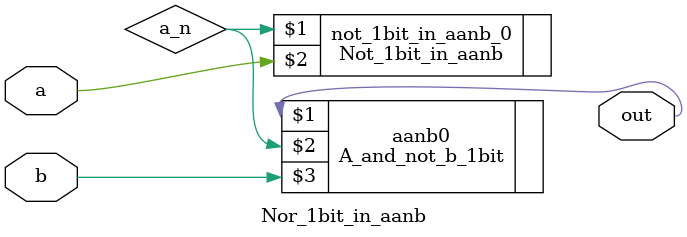
<source format=v>
`timescale 1ns/1ps

module Nor_1bit_in_aanb (out, a, b);
input a;
input b;
output out;

wire a_n;

Not_1bit_in_aanb not_1bit_in_aanb_0 (a_n, a);
A_and_not_b_1bit aanb0 (out, a_n, b);

endmodule
</source>
